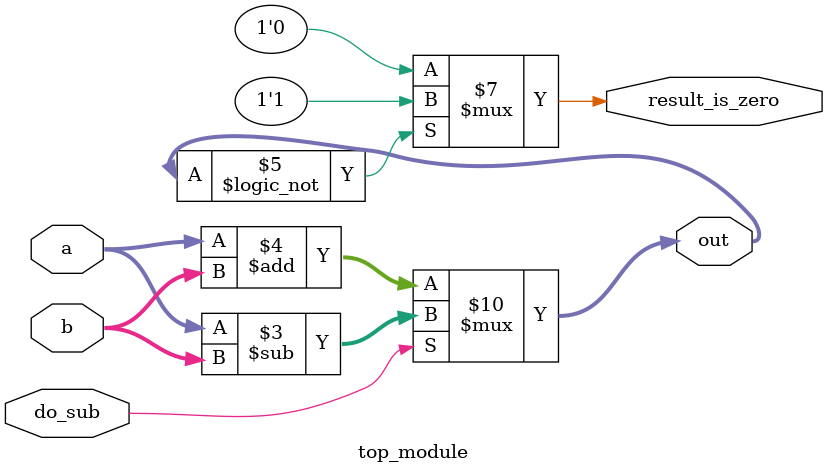
<source format=sv>
module top_module (
    input do_sub,
    input [7:0] a,
    input [7:0] b,
    output reg [7:0] out,
    output reg result_is_zero
);

    always @(*) begin
        if (do_sub == 1) 
            out = a - b;
        else
            out = a + b;

        if (out == 0)
            result_is_zero = 1;
        else
            result_is_zero = 0;
    end

endmodule

</source>
